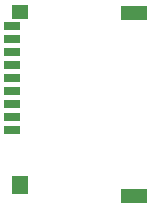
<source format=gbr>
G04 EAGLE Gerber RS-274X export*
G75*
%MOMM*%
%FSLAX34Y34*%
%LPD*%
%AMOC8*
5,1,8,0,0,1.08239X$1,22.5*%
G01*
%ADD10R,1.400000X0.700000*%
%ADD11R,1.400000X1.200000*%
%ADD12R,2.200000X1.200000*%
%ADD13R,1.400000X1.600000*%


D10*
X213738Y125036D03*
X213738Y136036D03*
X213738Y147036D03*
X213738Y158036D03*
X213738Y169036D03*
X213738Y180036D03*
X213738Y191036D03*
X213738Y202036D03*
X213738Y213036D03*
D11*
X220738Y225536D03*
D12*
X316738Y224536D03*
X316738Y69536D03*
D13*
X220738Y78536D03*
M02*

</source>
